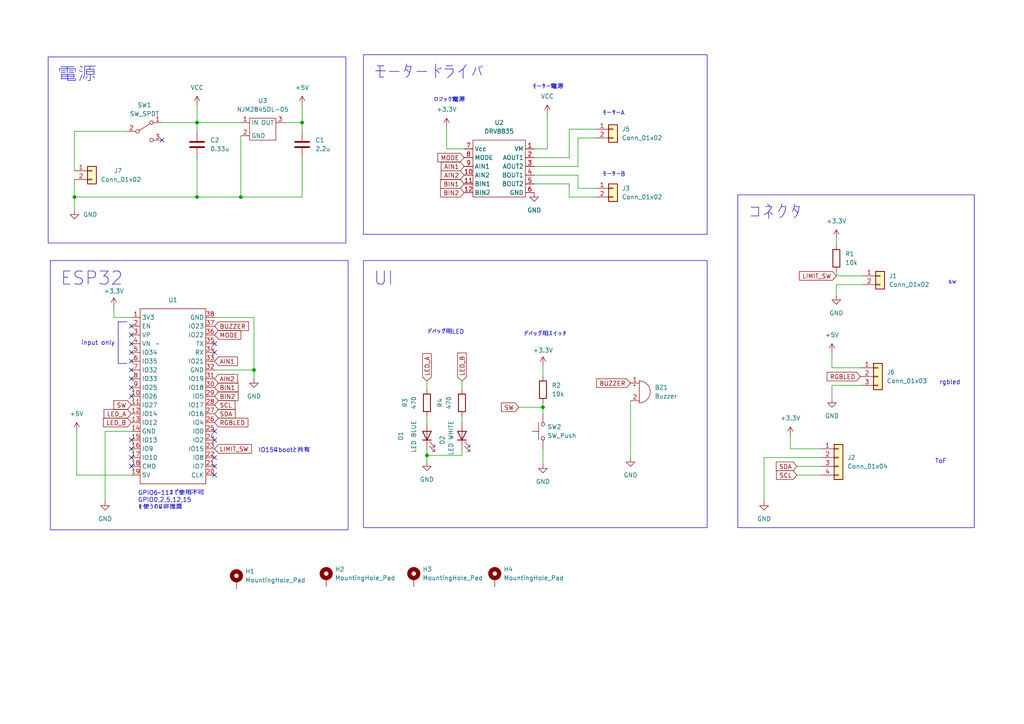
<source format=kicad_sch>
(kicad_sch (version 20230121) (generator eeschema)
  (paper "A4")
  (lib_symbols
    (symbol "Connector_Generic:Conn_01x02" (pin_names (offset 1.016) hide)
      (property "Reference" "J" (at 0 2.54 0))
      (property "Value" "Conn_01x02" (at 0 -5.08 0))
      (symbol "Conn_01x02_1_1"
        (rectangle (start -1.27 -2.413) (end 0 -2.667) (stroke (width 0.1524)))
        (rectangle (start -1.27 0.127) (end 0 -0.127) (stroke (width 0.1524)))
        (rectangle (start -1.27 1.27) (end 1.27 -3.81) (stroke (width 0.254)) (fill (type background)))
        (pin passive line (at -5.08 0 0) (length 3.81) (name "Pin_1") (number "1"))
        (pin passive line (at -5.08 -2.54 0) (length 3.81) (name "Pin_2") (number "2"))
      )
    )
    (symbol "Connector_Generic:Conn_01x03" (pin_names (offset 1.016) hide)
      (property "Reference" "J" (at 0 5.08 0))
      (property "Value" "Conn_01x03" (at 0 -5.08 0))
      (symbol "Conn_01x03_1_1"
        (rectangle (start -1.27 -2.413) (end 0 -2.667) (stroke (width 0.1524)))
        (rectangle (start -1.27 0.127) (end 0 -0.127) (stroke (width 0.1524)))
        (rectangle (start -1.27 2.667) (end 0 2.413) (stroke (width 0.1524)))
        (rectangle (start -1.27 3.81) (end 1.27 -3.81) (stroke (width 0.254)) (fill (type background)))
        (pin passive line (at -5.08 2.54 0) (length 3.81) (name "Pin_1") (number "1"))
        (pin passive line (at -5.08 0 0) (length 3.81) (name "Pin_2") (number "2"))
        (pin passive line (at -5.08 -2.54 0) (length 3.81) (name "Pin_3") (number "3"))
      )
    )
    (symbol "Connector_Generic:Conn_01x04" (pin_names (offset 1.016) hide)
      (property "Reference" "J" (at 0 5.08 0))
      (property "Value" "Conn_01x04" (at 0 -7.62 0))
      (symbol "Conn_01x04_1_1"
        (rectangle (start -1.27 -4.953) (end 0 -5.207) (stroke (width 0.1524)))
        (rectangle (start -1.27 -2.413) (end 0 -2.667) (stroke (width 0.1524)))
        (rectangle (start -1.27 0.127) (end 0 -0.127) (stroke (width 0.1524)))
        (rectangle (start -1.27 2.667) (end 0 2.413) (stroke (width 0.1524)))
        (rectangle (start -1.27 3.81) (end 1.27 -6.35) (stroke (width 0.254)) (fill (type background)))
        (pin passive line (at -5.08 2.54 0) (length 3.81) (name "Pin_1") (number "1"))
        (pin passive line (at -5.08 0 0) (length 3.81) (name "Pin_2") (number "2"))
        (pin passive line (at -5.08 -2.54 0) (length 3.81) (name "Pin_3") (number "3"))
        (pin passive line (at -5.08 -5.08 0) (length 3.81) (name "Pin_4") (number "4"))
      )
    )
    (symbol "Device:Buzzer" (pin_names (offset 0.0254) hide)
      (property "Reference" "BZ" (at 3.81 1.27 0))
      (property "Value" "Buzzer" (at 3.81 -1.27 0))
      (symbol "Buzzer_0_1"
        (arc (start 0 -3.175) (mid 3.1612 0) (end 0 3.175))
        (polyline (pts (xy -1.651 1.905) (xy -1.143 1.905)))
        (polyline (pts (xy -1.397 2.159) (xy -1.397 1.651)))
        (polyline (pts (xy 0 3.175) (xy 0 -3.175)))
      )
      (symbol "Buzzer_1_1"
        (pin passive line (at -2.54 2.54 0) (length 2.54) (name "-") (number "1"))
        (pin passive line (at -2.54 -2.54 0) (length 2.54) (name "+") (number "2"))
      )
    )
    (symbol "Device:C" (pin_numbers hide) (pin_names (offset 0.254))
      (property "Reference" "C" (at 0.635 2.54 0))
      (property "Value" "C" (at 0.635 -2.54 0))
      (symbol "C_0_1"
        (polyline (pts (xy -2.032 -0.762) (xy 2.032 -0.762)) (stroke (width 0.508)))
        (polyline (pts (xy -2.032 0.762) (xy 2.032 0.762)) (stroke (width 0.508)))
      )
      (symbol "C_1_1"
        (pin passive line (at 0 3.81 270) (length 2.794) (name "~") (number "1"))
        (pin passive line (at 0 -3.81 90) (length 2.794) (name "~") (number "2"))
      )
    )
    (symbol "Device:LED" (pin_numbers hide) (pin_names (offset 1.016) hide)
      (property "Reference" "D" (at 0 2.54 0))
      (property "Value" "LED" (at 0 -2.54 0))
      (symbol "LED_0_1"
        (polyline (pts (xy -1.27 -1.27) (xy -1.27 1.27)) (stroke (width 0.254)))
        (polyline (pts (xy -1.27 0) (xy 1.27 0)))
        (polyline (pts (xy 1.27 -1.27) (xy 1.27 1.27) (xy -1.27 0) (xy 1.27 -1.27)) (stroke (width 0.254)))
        (polyline (pts (xy -3.048 -0.762) (xy -4.572 -2.286) (xy -3.81 -2.286) (xy -4.572 -2.286) (xy -4.572 -1.524)))
        (polyline (pts (xy -1.778 -0.762) (xy -3.302 -2.286) (xy -2.54 -2.286) (xy -3.302 -2.286) (xy -3.302 -1.524)))
      )
      (symbol "LED_1_1"
        (pin passive line (at -3.81 0 0) (length 2.54) (name "K") (number "1"))
        (pin passive line (at 3.81 0 180) (length 2.54) (name "A") (number "2"))
      )
    )
    (symbol "Device:R" (pin_numbers hide) (pin_names (offset 0))
      (property "Reference" "R" (at 2.032 0 90))
      (property "Value" "R" (at 0 0 90))
      (symbol "R_0_1"
        (rectangle (start -1.016 -2.54) (end 1.016 2.54) (stroke (width 0.254)))
      )
      (symbol "R_1_1"
        (pin passive line (at 0 3.81 270) (length 1.27) (name "~") (number "1"))
        (pin passive line (at 0 -3.81 90) (length 1.27) (name "~") (number "2"))
      )
    )
    (symbol "Mechanical:MountingHole_Pad" (pin_numbers hide) (pin_names (offset 1.016) hide)
      (property "Reference" "H" (at 0 6.35 0))
      (property "Value" "MountingHole_Pad" (at 0 4.445 0))
      (symbol "MountingHole_Pad_0_1"
        (circle (center 0 1.27) (radius 1.27) (stroke (width 1.27)))
      )
      (symbol "MountingHole_Pad_1_1"
        (pin input line (at 0 -2.54 90) (length 2.54) (name "1") (number "1"))
      )
    )
    (symbol "Switch:SW_Push" (pin_numbers hide) (pin_names (offset 1.016) hide)
      (property "Reference" "SW" (at 1.27 2.54 0))
      (property "Value" "SW_Push" (at 0 -1.524 0))
      (symbol "SW_Push_0_1"
        (circle (center -2.032 0) (radius 0.508))
        (polyline (pts (xy 0 1.27) (xy 0 3.048)))
        (polyline (pts (xy 2.54 1.27) (xy -2.54 1.27)))
        (circle (center 2.032 0) (radius 0.508))
        (pin passive line (at -5.08 0 0) (length 2.54) (name "1") (number "1"))
        (pin passive line (at 5.08 0 180) (length 2.54) (name "2") (number "2"))
      )
    )
    (symbol "Switch:SW_SPDT" (pin_names (offset 0) hide)
      (property "Reference" "SW" (at 0 4.318 0))
      (property "Value" "SW_SPDT" (at 0 -5.08 0))
      (symbol "SW_SPDT_0_0"
        (circle (center -2.032 0) (radius 0.508))
        (circle (center 2.032 -2.54) (radius 0.508))
      )
      (symbol "SW_SPDT_0_1"
        (polyline (pts (xy -1.524 0.254) (xy 1.651 2.286)))
        (circle (center 2.032 2.54) (radius 0.508))
      )
      (symbol "SW_SPDT_1_1"
        (pin passive line (at 5.08 2.54 180) (length 2.54) (name "A") (number "1"))
        (pin passive line (at -5.08 0 0) (length 2.54) (name "B") (number "2"))
        (pin passive line (at 5.08 -2.54 180) (length 2.54) (name "C") (number "3"))
      )
    )
    (symbol "morilib:DRV8835"
      (property "Reference" "U" (at 0 7.62 0))
      (property "Value" "DRV8835" (at 0 5.08 0))
      (symbol "DRV8835_0_1"
        (rectangle (start -7.62 3.81) (end 7.62 -12.7))
      )
      (symbol "DRV8835_1_1"
        (pin power_in line (at -10.16 1.27 0) (length 2.54) (name "VM") (number "1"))
        (pin input line (at 10.16 -6.35 180) (length 2.54) (name "AIN2") (number "10"))
        (pin input line (at 10.16 -8.89 180) (length 2.54) (name "BIN1") (number "11"))
        (pin input line (at 10.16 -11.43 180) (length 2.54) (name "BIN2") (number "12"))
        (pin output line (at -10.16 -1.27 0) (length 2.54) (name "AOUT1") (number "2"))
        (pin output line (at -10.16 -3.81 0) (length 2.54) (name "AOUT2") (number "3"))
        (pin output line (at -10.16 -6.35 0) (length 2.54) (name "BOUT1") (number "4"))
        (pin output line (at -10.16 -8.89 0) (length 2.54) (name "BOUT2") (number "5"))
        (pin power_out line (at -10.16 -11.43 0) (length 2.54) (name "GND") (number "6"))
        (pin power_in line (at 10.16 1.27 180) (length 2.54) (name "Vcc") (number "7"))
        (pin input line (at 10.16 -1.27 180) (length 2.54) (name "MODE") (number "8"))
        (pin input line (at 10.16 -3.81 180) (length 2.54) (name "AIN1") (number "9"))
      )
    )
    (symbol "morilib:NJM7805"
      (property "Reference" "U" (at 0 2.54 0))
      (symbol "NJM7805_0_1"
        (rectangle (start -3.81 1.27) (end 3.81 -5.08))
      )
      (symbol "NJM7805_1_1"
        (pin input line (at -6.35 0 0) (length 2.54) (name "IN") (number "1"))
        (pin input line (at -6.35 -3.81 0) (length 2.54) (name "GND") (number "2"))
        (pin output line (at 6.35 0 180) (length 2.54) (name "OUT") (number "3"))
      )
    )
    (symbol "morilib:esp32dev"
      (property "Reference" "U" (at 3.81 12.7 0))
      (symbol "esp32dev_0_1"
        (rectangle (start -5.08 10.16) (end 13.97 -40.64))
      )
      (symbol "esp32dev_1_1"
        (pin power_in line (at -7.62 7.62 0) (length 2.54) (name "3V3") (number "1"))
        (pin bidirectional line (at -7.62 -15.24 0) (length 2.54) (name "IO26") (number "10"))
        (pin bidirectional line (at -7.62 -17.78 0) (length 2.54) (name "IO27") (number "11"))
        (pin bidirectional line (at -7.62 -20.32 0) (length 2.54) (name "IO14") (number "12"))
        (pin bidirectional line (at -7.62 -22.86 0) (length 2.54) (name "IO12") (number "13"))
        (pin output line (at -7.62 -25.4 0) (length 2.54) (name "GND") (number "14"))
        (pin bidirectional line (at -7.62 -27.94 0) (length 2.54) (name "IO13") (number "15"))
        (pin bidirectional line (at -7.62 -30.48 0) (length 2.54) (name "IO9") (number "16"))
        (pin bidirectional line (at -7.62 -33.02 0) (length 2.54) (name "IO10") (number "17"))
        (pin bidirectional line (at -7.62 -35.56 0) (length 2.54) (name "CMD") (number "18"))
        (pin power_in line (at -7.62 -38.1 0) (length 2.54) (name "5V") (number "19"))
        (pin input line (at -7.62 5.08 0) (length 2.54) (name "EN") (number "2"))
        (pin bidirectional line (at 16.51 -38.1 180) (length 2.54) (name "CLK") (number "20"))
        (pin bidirectional line (at 16.51 -35.56 180) (length 2.54) (name "IO7") (number "21"))
        (pin bidirectional line (at 16.51 -33.02 180) (length 2.54) (name "IO8") (number "22"))
        (pin bidirectional line (at 16.51 -30.48 180) (length 2.54) (name "IO15") (number "23"))
        (pin bidirectional line (at 16.51 -27.94 180) (length 2.54) (name "IO2") (number "24"))
        (pin bidirectional line (at 16.51 -25.4 180) (length 2.54) (name "IO0") (number "25"))
        (pin bidirectional line (at 16.51 -22.86 180) (length 2.54) (name "IO4") (number "26"))
        (pin bidirectional line (at 16.51 -20.32 180) (length 2.54) (name "IO16") (number "27"))
        (pin bidirectional line (at 16.51 -17.78 180) (length 2.54) (name "IO17") (number "28"))
        (pin bidirectional line (at 16.51 -15.24 180) (length 2.54) (name "IO5") (number "29"))
        (pin input line (at -7.62 2.54 0) (length 2.54) (name "VP") (number "3"))
        (pin bidirectional line (at 16.51 -12.7 180) (length 2.54) (name "IO18") (number "30"))
        (pin bidirectional line (at 16.51 -10.16 180) (length 2.54) (name "IO19") (number "31"))
        (pin output line (at 16.51 -7.62 180) (length 2.54) (name "GND") (number "32"))
        (pin bidirectional line (at 16.51 -5.08 180) (length 2.54) (name "IO21") (number "33"))
        (pin bidirectional line (at 16.51 -2.54 180) (length 2.54) (name "RX") (number "34"))
        (pin bidirectional line (at 16.51 0 180) (length 2.54) (name "TX") (number "35"))
        (pin bidirectional line (at 16.51 2.54 180) (length 2.54) (name "IO22") (number "36"))
        (pin bidirectional line (at 16.51 5.08 180) (length 2.54) (name "IO23") (number "37"))
        (pin output line (at 16.51 7.62 180) (length 2.54) (name "GND") (number "38"))
        (pin input line (at -7.62 0 0) (length 2.54) (name "VN") (number "4"))
        (pin input line (at -7.62 -2.54 0) (length 2.54) (name "IO34") (number "5"))
        (pin input line (at -7.62 -5.08 0) (length 2.54) (name "IO35") (number "6"))
        (pin bidirectional line (at -7.62 -7.62 0) (length 2.54) (name "IO32") (number "7"))
        (pin bidirectional line (at -7.62 -10.16 0) (length 2.54) (name "IO33") (number "8"))
        (pin bidirectional line (at -7.62 -12.7 0) (length 2.54) (name "IO25") (number "9"))
      )
    )
    (symbol "power:+3.3V" (power) (pin_names (offset 0))
      (property "Value" "+3.3V" (at 0 3.556 0))
      (symbol "+3.3V_0_1"
        (polyline (pts (xy -0.762 1.27) (xy 0 2.54)))
        (polyline (pts (xy 0 0) (xy 0 2.54)))
        (polyline (pts (xy 0 2.54) (xy 0.762 1.27)))
      )
      (symbol "+3.3V_1_1"
        (pin power_in line (at 0 0 90) (length 0) hide (name "+3.3V") (number "1"))
      )
    )
    (symbol "power:+5V" (power) (pin_names (offset 0))
      (property "Value" "+5V" (at 0 3.556 0))
      (symbol "+5V_0_1"
        (polyline (pts (xy -0.762 1.27) (xy 0 2.54)))
        (polyline (pts (xy 0 0) (xy 0 2.54)))
        (polyline (pts (xy 0 2.54) (xy 0.762 1.27)))
      )
      (symbol "+5V_1_1"
        (pin power_in line (at 0 0 90) (length 0) hide (name "+5V") (number "1"))
      )
    )
    (symbol "power:GND" (power) (pin_names (offset 0))
      (property "Value" "GND" (at 0 -3.81 0))
      (symbol "GND_0_1"
        (polyline (pts (xy 0 0) (xy 0 -1.27) (xy 1.27 -1.27) (xy 0 -2.54) (xy -1.27 -1.27) (xy 0 -1.27)))
      )
      (symbol "GND_1_1"
        (pin power_in line (at 0 0 270) (length 0) hide (name "GND") (number "1"))
      )
    )
    (symbol "power:VCC" (power) (pin_names (offset 0))
      (property "Value" "VCC" (at 0 3.81 0))
      (symbol "VCC_0_1"
        (polyline (pts (xy -0.762 1.27) (xy 0 2.54)))
        (polyline (pts (xy 0 0) (xy 0 2.54)))
        (polyline (pts (xy 0 2.54) (xy 0.762 1.27)))
      )
      (symbol "VCC_1_1"
        (pin power_in line (at 0 0 90) (length 0) hide (name "VCC") (number "1"))
      )
    )
  )
  (junction (at 69.85 57.15))
  (junction (at 57.15 57.15))
  (junction (at 73.66 107.315))
  (junction (at 21.59 57.15))
  (junction (at 123.825 132.08))
  (junction (at 157.48 118.11))
  (junction (at 57.15 35.56))
  (junction (at 87.63 35.56))
  (no_connect (at 38.1 99.695))
  (no_connect (at 38.1 102.235))
  (no_connect (at 38.1 135.255))
  (no_connect (at 62.23 125.095))
  (no_connect (at 38.1 109.855))
  (no_connect (at 38.1 104.775))
  (no_connect (at 62.23 137.795))
  (no_connect (at 38.1 107.315))
  (no_connect (at 62.23 135.255))
  (no_connect (at 62.23 99.695))
  (no_connect (at 38.1 127.635))
  (no_connect (at 38.1 130.175))
  (no_connect (at 38.1 112.395))
  (no_connect (at 62.23 102.235))
  (no_connect (at 38.1 97.155))
  (no_connect (at 38.1 94.615))
  (no_connect (at 38.1 132.715))
  (no_connect (at 62.23 132.715))
  (no_connect (at 46.99 40.64))
  (no_connect (at 62.23 127.635))
  (no_connect (at 38.1 114.935))
  (wire (pts (xy 57.15 35.56) (xy 69.85 35.56)))
  (wire (pts (xy 123.825 132.08) (xy 123.825 133.985)))
  (wire (pts (xy 21.59 49.53) (xy 21.59 38.1)))
  (wire (pts (xy 157.48 118.11) (xy 157.48 120.015)))
  (wire (pts (xy 73.66 92.075) (xy 73.66 107.315)))
  (wire (pts (xy 46.99 35.56) (xy 57.15 35.56)))
  (wire (pts (xy 241.3 111.76) (xy 241.3 115.57)))
  (wire (pts (xy 87.63 45.72) (xy 87.63 57.15)))
  (wire (pts (xy 33.02 92.075) (xy 38.1 92.075)))
  (wire (pts (xy 57.15 45.72) (xy 57.15 57.15)))
  (wire (pts (xy 167.64 50.8) (xy 167.64 54.61)))
  (wire (pts (xy 242.57 69.215) (xy 242.57 71.12)))
  (wire (pts (xy 172.72 40.005) (xy 167.64 40.005)))
  (wire (pts (xy 242.57 78.74) (xy 242.57 80.01)))
  (wire (pts (xy 123.825 120.65) (xy 123.825 122.555)))
  (wire (pts (xy 167.64 54.61) (xy 172.72 54.61)))
  (wire (pts (xy 165.1 53.34) (xy 165.1 57.15)))
  (wire (pts (xy 129.54 36.83) (xy 129.54 43.18)))
  (wire (pts (xy 165.1 57.15) (xy 172.72 57.15)))
  (wire (pts (xy 221.615 132.715) (xy 221.615 145.415)))
  (wire (pts (xy 242.57 82.55) (xy 242.57 85.725)))
  (wire (pts (xy 123.825 132.08) (xy 133.985 132.08)))
  (wire (pts (xy 82.55 35.56) (xy 87.63 35.56)))
  (wire (pts (xy 182.88 116.205) (xy 182.88 132.715)))
  (wire (pts (xy 242.57 80.01) (xy 250.19 80.01)))
  (wire (pts (xy 33.02 88.9) (xy 33.02 92.075)))
  (wire (pts (xy 62.23 92.075) (xy 73.66 92.075)))
  (wire (pts (xy 238.125 132.715) (xy 221.615 132.715)))
  (wire (pts (xy 57.15 57.15) (xy 21.59 57.15)))
  (wire (pts (xy 165.1 37.465) (xy 165.1 45.72)))
  (wire (pts (xy 157.48 130.175) (xy 157.48 134.62)))
  (wire (pts (xy 229.235 126.365) (xy 229.235 130.175)))
  (wire (pts (xy 129.54 43.18) (xy 134.62 43.18)))
  (wire (pts (xy 229.235 130.175) (xy 238.125 130.175)))
  (wire (pts (xy 57.15 30.48) (xy 57.15 35.56)))
  (wire (pts (xy 57.15 35.56) (xy 57.15 38.1)))
  (wire (pts (xy 30.48 125.095) (xy 30.48 145.415)))
  (wire (pts (xy 87.63 35.56) (xy 87.63 38.1)))
  (wire (pts (xy 69.85 39.37) (xy 69.85 57.15)))
  (wire (pts (xy 154.94 50.8) (xy 167.64 50.8)))
  (wire (pts (xy 241.3 102.235) (xy 241.3 106.68)))
  (wire (pts (xy 38.1 125.095) (xy 30.48 125.095)))
  (wire (pts (xy 21.59 57.15) (xy 21.59 60.96)))
  (wire (pts (xy 21.59 52.07) (xy 21.59 57.15)))
  (wire (pts (xy 21.59 38.1) (xy 36.83 38.1)))
  (wire (pts (xy 241.3 106.68) (xy 249.555 106.68)))
  (wire (pts (xy 158.75 43.18) (xy 154.94 43.18)))
  (wire (pts (xy 133.985 120.65) (xy 133.985 122.555)))
  (wire (pts (xy 157.48 116.84) (xy 157.48 118.11)))
  (wire (pts (xy 87.63 57.15) (xy 69.85 57.15)))
  (wire (pts (xy 123.825 130.175) (xy 123.825 132.08)))
  (wire (pts (xy 158.75 33.02) (xy 158.75 43.18)))
  (wire (pts (xy 154.94 53.34) (xy 165.1 53.34)))
  (wire (pts (xy 38.1 137.795) (xy 22.225 137.795)))
  (wire (pts (xy 250.19 82.55) (xy 242.57 82.55)))
  (wire (pts (xy 167.64 40.005) (xy 167.64 48.26)))
  (wire (pts (xy 73.66 107.315) (xy 62.23 107.315)))
  (wire (pts (xy 133.985 110.49) (xy 133.985 113.03)))
  (wire (pts (xy 172.72 37.465) (xy 165.1 37.465)))
  (wire (pts (xy 22.225 125.095) (xy 22.225 137.795)))
  (wire (pts (xy 133.985 132.08) (xy 133.985 130.175)))
  (wire (pts (xy 165.1 45.72) (xy 154.94 45.72)))
  (wire (pts (xy 249.555 111.76) (xy 241.3 111.76)))
  (wire (pts (xy 167.64 48.26) (xy 154.94 48.26)))
  (wire (pts (xy 150.495 118.11) (xy 157.48 118.11)))
  (wire (pts (xy 157.48 106.045) (xy 157.48 109.22)))
  (wire (pts (xy 231.14 137.795) (xy 238.125 137.795)))
  (wire (pts (xy 87.63 30.48) (xy 87.63 35.56)))
  (wire (pts (xy 231.14 135.255) (xy 238.125 135.255)))
  (wire (pts (xy 73.66 109.855) (xy 73.66 107.315)))
  (wire (pts (xy 69.85 57.15) (xy 57.15 57.15)))
  (wire (pts (xy 123.825 110.49) (xy 123.825 113.03)))
  (rectangle (start 34.29 93.345) (end 34.29 105.41))
  (rectangle (start 34.29 93.345) (end 36.83 93.345))
  (rectangle (start 34.29 105.41) (end 36.83 105.41))
  (text_box "モータードライバ" (at 105.41 15.875 0) (size 99.695 52.07) (effects (font (size 3.81 3.81)) (justify left top)))
  (text_box "UI" (at 105.41 75.565 0) (size 99.695 77.47) (effects (font (size 3.81 3.81)) (justify left top)))
  (text_box "ESP32" (at 14.605 75.565 0) (size 86.36 78.105) (effects (font (size 3.81 3.81)) (justify left top)))
  (text_box "コネクタ" (at 213.995 56.515 0) (size 68.58 96.52) (effects (font (size 3.81 3.81)) (justify left top)))
  (text_box "電源" (at 13.97 16.51 0) (size 86.36 53.975) (effects (font (size 3.81 3.81)) (justify left top)))
  (text "ToF" (at 271.145 134.62 0) (effects (font (size 1.27 1.27)) (justify left bottom)))
  (text "ロジック電源" (at 125.73 29.845 0) (effects (font (size 1.27 1.27)) (justify left bottom)))
  (text "rgbled" (at 272.415 111.76 0) (effects (font (size 1.27 1.27)) (justify left bottom)))
  (text "デバッグ用スイッチ" (at 151.765 97.79 0) (effects (font (size 1.27 1.27)) (justify left bottom)))
  (text "sw" (at 274.955 82.55 0) (effects (font (size 1.27 1.27)) (justify left bottom)))
  (text "モーターB" (at 174.625 51.435 0) (effects (font (size 1.27 1.27)) (justify left bottom)))
  (text "モーター電源" (at 154.305 26.035 0) (effects (font (size 1.27 1.27)) (justify left bottom)))
  (text "input only" (at 23.495 100.33 0) (effects (font (size 1.27 1.27)) (justify left bottom)))
  (text "IO15はbootと共有" (at 74.93 131.445 0) (effects (font (size 1.27 1.27)) (justify left bottom)))
  (text "デバッグ用LED\n" (at 123.825 97.155 0) (effects (font (size 1.27 1.27)) (justify left bottom)))
  (text "GPIO6~11まで使用不可\nGPIO0,2,5,12,15\nを使うのは非推奨" (at 40.005 147.955 0) (effects (font (size 1.27 1.27)) (justify left bottom)))
  (text "モーターA" (at 174.625 33.655 0) (effects (font (size 1.27 1.27)) (justify left bottom)))
  (global_label "SCL" (shape input) (at 62.23 117.475 0) (property "Intersheetrefs" "${INTERSHEET_REFS}" (effects hide)))
  (global_label "MODE" (shape input) (at 62.23 97.155 0) (property "Intersheetrefs" "${INTERSHEET_REFS}" (effects hide)))
  (global_label "SW" (shape input) (at 38.1 117.475 180) (property "Intersheetrefs" "${INTERSHEET_REFS}" (effects hide)))
  (global_label "BIN2" (shape input) (at 134.62 55.88 180) (property "Intersheetrefs" "${INTERSHEET_REFS}" (effects hide)))
  (global_label "RGBLED" (shape input) (at 249.555 109.22 180) (property "Intersheetrefs" "${INTERSHEET_REFS}" (effects hide)))
  (global_label "LIMIT_SW" (shape input) (at 242.57 80.01 180) (property "Intersheetrefs" "${INTERSHEET_REFS}" (effects hide)))
  (global_label "SCL" (shape input) (at 231.14 137.795 180) (property "Intersheetrefs" "${INTERSHEET_REFS}" (effects hide)))
  (global_label "SW" (shape input) (at 150.495 118.11 180) (property "Intersheetrefs" "${INTERSHEET_REFS}" (effects hide)))
  (global_label "BUZZER" (shape input) (at 182.88 111.125 180) (property "Intersheetrefs" "${INTERSHEET_REFS}" (effects hide)))
  (global_label "SDA" (shape input) (at 62.23 120.015 0) (property "Intersheetrefs" "${INTERSHEET_REFS}" (effects hide)))
  (global_label "MODE" (shape input) (at 134.62 45.72 180) (property "Intersheetrefs" "${INTERSHEET_REFS}" (effects hide)))
  (global_label "AIN1" (shape input) (at 134.62 48.26 180) (property "Intersheetrefs" "${INTERSHEET_REFS}" (effects hide)))
  (global_label "LED_A" (shape input) (at 38.1 120.015 180) (property "Intersheetrefs" "${INTERSHEET_REFS}" (effects hide)))
  (global_label "BIN1" (shape input) (at 134.62 53.34 180) (property "Intersheetrefs" "${INTERSHEET_REFS}" (effects hide)))
  (global_label "SDA" (shape input) (at 231.14 135.255 180) (property "Intersheetrefs" "${INTERSHEET_REFS}" (effects hide)))
  (global_label "LED_B" (shape input) (at 38.1 122.555 180) (property "Intersheetrefs" "${INTERSHEET_REFS}" (effects hide)))
  (global_label "BUZZER" (shape input) (at 62.23 94.615 0) (property "Intersheetrefs" "${INTERSHEET_REFS}" (effects hide)))
  (global_label "BIN1" (shape input) (at 62.23 112.395 0) (property "Intersheetrefs" "${INTERSHEET_REFS}" (effects hide)))
  (global_label "AIN2" (shape input) (at 134.62 50.8 180) (property "Intersheetrefs" "${INTERSHEET_REFS}" (effects hide)))
  (global_label "BIN2" (shape input) (at 62.23 114.935 0) (property "Intersheetrefs" "${INTERSHEET_REFS}" (effects hide)))
  (global_label "AIN1" (shape input) (at 62.23 104.775 0) (property "Intersheetrefs" "${INTERSHEET_REFS}" (effects hide)))
  (global_label "RGBLED" (shape input) (at 62.23 122.555 0) (property "Intersheetrefs" "${INTERSHEET_REFS}" (effects hide)))
  (global_label "LIMIT_SW" (shape input) (at 62.23 130.175 0) (property "Intersheetrefs" "${INTERSHEET_REFS}" (effects hide)))
  (global_label "LED_B" (shape input) (at 133.985 110.49 90) (property "Intersheetrefs" "${INTERSHEET_REFS}" (effects hide)))
  (global_label "LED_A" (shape input) (at 123.825 110.49 90) (property "Intersheetrefs" "${INTERSHEET_REFS}" (effects hide)))
  (global_label "AIN2" (shape input) (at 62.23 109.855 0) (property "Intersheetrefs" "${INTERSHEET_REFS}" (effects hide)))
  (symbol (lib_id "morilib:NJM7805") (at 76.2 35.56 0) (unit 1)
    (property "Reference" "U3" (at 76.2 29.21 0))
    (property "Value" "NJM2845DL-05" (at 76.2 31.75 0))
    (property "Footprint" "mori:NJM2845" (effects hide))
  )
  (symbol (lib_id "morilib:esp32dev") (at 45.72 99.695 0) (unit 1)
    (property "Reference" "U1" (at 50.165 86.995 0))
    (property "Value" "~" (at 45.72 99.695 0))
    (property "Footprint" "mori:ESP32" (effects hide))
  )
  (symbol (lib_id "Device:R") (at 133.985 116.84 180) (unit 1)
    (property "Reference" "R4" (at 127.635 116.84 90))
    (property "Value" "470" (at 130.175 116.84 90))
    (property "Footprint" "Resistor_THT:R_Axial_DIN0207_L6.3mm_D2.5mm_P7.62mm_Horizontal" (effects hide))
  )
  (symbol (lib_id "Device:LED") (at 133.985 126.365 90) (unit 1)
    (property "Reference" "D2" (at 128.27 127.635 0))
    (property "Value" "LED WHITE" (at 130.81 127 0))
    (property "Footprint" "LED_THT:LED_D5.0mm" (effects hide))
  )
  (symbol (lib_id "Connector_Generic:Conn_01x02") (at 26.67 49.53 0) (unit 1)
    (property "Reference" "J7" (at 33.02 49.53 0) (effects (justify left)))
    (property "Value" "Conn_01x02" (at 29.21 52.07 0) (effects (justify left)))
    (property "Footprint" "Connector_JST:JST_XH_B2B-XH-A_1x02_P2.50mm_Vertical" (effects hide))
  )
  (symbol (lib_id "Mechanical:MountingHole_Pad") (at 94.615 167.64 0) (unit 1)
    (property "Reference" "H2" (at 97.155 165.1 0) (effects (justify left)))
    (property "Value" "MountingHole_Pad" (at 97.155 167.64 0) (effects (justify left)))
    (property "Footprint" "MountingHole:MountingHole_3.2mm_M3_Pad" (effects hide))
  )
  (symbol (lib_id "Connector_Generic:Conn_01x02") (at 177.8 54.61 0) (unit 1)
    (property "Reference" "J3" (at 180.34 54.61 0) (effects (justify left)))
    (property "Value" "Conn_01x02" (at 180.34 57.15 0) (effects (justify left)))
    (property "Footprint" "Connector_JST:JST_XH_B2B-XH-A_1x02_P2.50mm_Vertical" (effects hide))
  )
  (symbol (lib_id "power:GND") (at 221.615 145.415 0) (unit 1)
    (property "Reference" "#PWR010" (effects hide))
    (property "Value" "GND" (at 221.615 150.495 0))
  )
  (symbol (lib_id "Device:R") (at 242.57 74.93 0) (unit 1)
    (property "Reference" "R1" (at 245.11 73.66 0) (effects (justify left)))
    (property "Value" "10k" (at 245.11 76.2 0) (effects (justify left)))
    (property "Footprint" "Resistor_THT:R_Axial_DIN0207_L6.3mm_D2.5mm_P7.62mm_Horizontal" (effects hide))
  )
  (symbol (lib_id "power:GND") (at 154.94 55.88 0) (unit 1)
    (property "Reference" "#PWR01" (effects hide))
    (property "Value" "GND" (at 154.94 60.96 0))
  )
  (symbol (lib_id "Device:C") (at 87.63 41.91 0) (unit 1)
    (property "Reference" "C1" (at 91.44 40.64 0) (effects (justify left)))
    (property "Value" "2.2u" (at 91.44 43.18 0) (effects (justify left)))
    (property "Footprint" "Capacitor_THT:C_Disc_D7.0mm_W2.5mm_P5.00mm" (effects hide))
  )
  (symbol (lib_id "Device:C") (at 57.15 41.91 180) (unit 1)
    (property "Reference" "C2" (at 60.96 40.64 0) (effects (justify right)))
    (property "Value" "0.33u" (at 60.96 43.18 0) (effects (justify right)))
    (property "Footprint" "Capacitor_THT:C_Disc_D7.0mm_W2.5mm_P5.00mm" (effects hide))
  )
  (symbol (lib_id "power:GND") (at 242.57 85.725 0) (unit 1)
    (property "Reference" "#PWR019" (effects hide))
    (property "Value" "GND" (at 242.57 90.805 0))
  )
  (symbol (lib_id "Mechanical:MountingHole_Pad") (at 120.015 167.64 0) (unit 1)
    (property "Reference" "H3" (at 122.555 165.1 0) (effects (justify left)))
    (property "Value" "MountingHole_Pad" (at 122.555 167.64 0) (effects (justify left)))
    (property "Footprint" "MountingHole:MountingHole_3.2mm_M3_Pad" (effects hide))
  )
  (symbol (lib_id "Switch:SW_SPDT") (at 41.91 38.1 0) (unit 1)
    (property "Reference" "SW1" (at 41.91 30.48 0))
    (property "Value" "SW_SPDT" (at 41.91 33.02 0))
    (property "Footprint" "mori:switch" (effects hide))
  )
  (symbol (lib_id "power:+5V") (at 241.3 102.235 0) (unit 1)
    (property "Reference" "#PWR017" (effects hide))
    (property "Value" "+5V" (at 241.3 97.155 0))
  )
  (symbol (lib_id "power:GND") (at 157.48 134.62 0) (unit 1)
    (property "Reference" "#PWR03" (effects hide))
    (property "Value" "GND" (at 157.48 139.7 0))
  )
  (symbol (lib_id "Connector_Generic:Conn_01x02") (at 177.8 37.465 0) (unit 1)
    (property "Reference" "J5" (at 180.34 37.465 0) (effects (justify left)))
    (property "Value" "Conn_01x02" (at 180.34 40.005 0) (effects (justify left)))
    (property "Footprint" "Connector_JST:JST_XH_B2B-XH-A_1x02_P2.50mm_Vertical" (effects hide))
  )
  (symbol (lib_id "power:GND") (at 241.3 115.57 0) (unit 1)
    (property "Reference" "#PWR018" (effects hide))
    (property "Value" "GND" (at 241.3 120.65 0))
  )
  (symbol (lib_id "power:VCC") (at 57.15 30.48 0) (unit 1)
    (property "Reference" "#PWR02" (effects hide))
    (property "Value" "VCC" (at 57.15 25.4 0))
  )
  (symbol (lib_id "power:GND") (at 182.88 132.715 0) (unit 1)
    (property "Reference" "#PWR016" (effects hide))
    (property "Value" "GND" (at 182.88 137.795 0))
  )
  (symbol (lib_id "power:VCC") (at 158.75 33.02 0) (unit 1)
    (property "Reference" "#PWR014" (effects hide))
    (property "Value" "VCC" (at 158.75 27.94 0))
  )
  (symbol (lib_id "power:+5V") (at 87.63 30.48 0) (unit 1)
    (property "Reference" "#PWR09" (effects hide))
    (property "Value" "+5V" (at 87.63 25.4 0))
  )
  (symbol (lib_id "power:+3.3V") (at 157.48 106.045 0) (unit 1)
    (property "Reference" "#PWR015" (effects hide))
    (property "Value" "+3.3V" (at 157.48 101.6 0))
  )
  (symbol (lib_id "Device:R") (at 157.48 113.03 0) (unit 1)
    (property "Reference" "R2" (at 160.02 111.76 0) (effects (justify left)))
    (property "Value" "10k" (at 160.02 114.3 0) (effects (justify left)))
    (property "Footprint" "Resistor_THT:R_Axial_DIN0207_L6.3mm_D2.5mm_P7.62mm_Horizontal" (effects hide))
  )
  (symbol (lib_id "Connector_Generic:Conn_01x02") (at 255.27 80.01 0) (unit 1)
    (property "Reference" "J1" (at 257.81 80.01 0) (effects (justify left)))
    (property "Value" "Conn_01x02" (at 257.81 82.55 0) (effects (justify left)))
    (property "Footprint" "Connector_JST:JST_XH_B2B-XH-A_1x02_P2.50mm_Vertical" (effects hide))
  )
  (symbol (lib_id "Mechanical:MountingHole_Pad") (at 143.51 167.64 0) (unit 1)
    (property "Reference" "H4" (at 146.05 165.1 0) (effects (justify left)))
    (property "Value" "MountingHole_Pad" (at 146.05 167.64 0) (effects (justify left)))
    (property "Footprint" "MountingHole:MountingHole_3.2mm_M3_Pad" (effects hide))
  )
  (symbol (lib_id "Connector_Generic:Conn_01x04") (at 243.205 132.715 0) (unit 1)
    (property "Reference" "J2" (at 245.745 132.715 0) (effects (justify left)))
    (property "Value" "Conn_01x04" (at 245.745 135.255 0) (effects (justify left)))
    (property "Footprint" "Connector_JST:JST_XH_B4B-XH-A_1x04_P2.50mm_Vertical" (effects hide))
  )
  (symbol (lib_id "power:+3.3V") (at 129.54 36.83 0) (unit 1)
    (property "Reference" "#PWR013" (effects hide))
    (property "Value" "+3.3V" (at 129.54 31.75 0))
  )
  (symbol (lib_id "power:GND") (at 123.825 133.985 0) (unit 1)
    (property "Reference" "#PWR011" (effects hide))
    (property "Value" "GND" (at 123.825 139.065 0))
  )
  (symbol (lib_id "power:GND") (at 73.66 109.855 0) (unit 1)
    (property "Reference" "#PWR05" (effects hide))
    (property "Value" "GND" (at 73.66 114.935 0))
  )
  (symbol (lib_id "Device:LED") (at 123.825 126.365 90) (unit 1)
    (property "Reference" "D1" (at 116.205 125.095 0) (effects (justify right)))
    (property "Value" "LED BLUE" (at 120.015 121.92 0) (effects (justify right)))
    (property "Footprint" "LED_THT:LED_D5.0mm" (effects hide))
  )
  (symbol (lib_id "power:+3.3V") (at 229.235 126.365 0) (unit 1)
    (property "Reference" "#PWR08" (effects hide))
    (property "Value" "+3.3V" (at 229.235 121.285 0))
  )
  (symbol (lib_id "Connector_Generic:Conn_01x03") (at 254.635 109.22 0) (unit 1)
    (property "Reference" "J6" (at 257.175 107.95 0) (effects (justify left)))
    (property "Value" "Conn_01x03" (at 257.175 110.49 0) (effects (justify left)))
    (property "Footprint" "Connector_JST:JST_XH_B3B-XH-A_1x03_P2.50mm_Vertical" (effects hide))
  )
  (symbol (lib_id "Device:Buzzer") (at 185.42 113.665 0) (unit 1)
    (property "Reference" "BZ1" (at 189.865 112.395 0) (effects (justify left)))
    (property "Value" "Buzzer" (at 189.865 114.935 0) (effects (justify left)))
    (property "Footprint" "mori:PKM22EPP-40" (effects hide))
  )
  (symbol (lib_id "Device:R") (at 123.825 116.84 180) (unit 1)
    (property "Reference" "R3" (at 117.475 116.84 90))
    (property "Value" "470" (at 120.015 116.84 90))
    (property "Footprint" "Resistor_THT:R_Axial_DIN0207_L6.3mm_D2.5mm_P7.62mm_Horizontal" (effects hide))
  )
  (symbol (lib_id "Mechanical:MountingHole_Pad") (at 68.58 168.275 0) (unit 1)
    (property "Reference" "H1" (at 71.12 165.735 0) (effects (justify left)))
    (property "Value" "MountingHole_Pad" (at 71.12 168.275 0) (effects (justify left)))
    (property "Footprint" "MountingHole:MountingHole_3.2mm_M3_Pad" (effects hide))
  )
  (symbol (lib_id "power:GND") (at 30.48 145.415 0) (unit 1)
    (property "Reference" "#PWR06" (effects hide))
    (property "Value" "GND" (at 30.48 150.495 0))
  )
  (symbol (lib_id "power:GND") (at 21.59 60.96 0) (unit 1)
    (property "Reference" "#PWR07" (effects hide))
    (property "Value" "GND" (at 24.13 62.23 0) (effects (justify left)))
  )
  (symbol (lib_id "power:+3.3V") (at 33.02 88.9 0) (unit 1)
    (property "Reference" "#PWR012" (effects hide))
    (property "Value" "+3.3V" (at 33.02 84.455 0))
  )
  (symbol (lib_id "power:+3.3V") (at 242.57 69.215 0) (unit 1)
    (property "Reference" "#PWR020" (effects hide))
    (property "Value" "+3.3V" (at 242.57 64.135 0))
  )
  (symbol (lib_id "power:+5V") (at 22.225 125.095 0) (unit 1)
    (property "Reference" "#PWR04" (effects hide))
    (property "Value" "+5V" (at 22.225 120.015 0))
  )
  (symbol (lib_id "Switch:SW_Push") (at 157.48 125.095 90) (unit 1)
    (property "Reference" "SW2" (at 158.75 123.825 90) (effects (justify right)))
    (property "Value" "SW_Push" (at 158.75 126.365 90) (effects (justify right)))
    (property "Footprint" "mori:tact_switch" (effects hide))
  )
  (symbol (lib_id "morilib:DRV8835") (at 144.78 44.45 0) (mirror y) (unit 1)
    (property "Reference" "U2" (at 144.78 35.56 0))
    (property "Value" "DRV8835" (at 144.78 38.1 0))
    (property "Footprint" "mori:DRV8835" (effects hide))
  )
)
</source>
